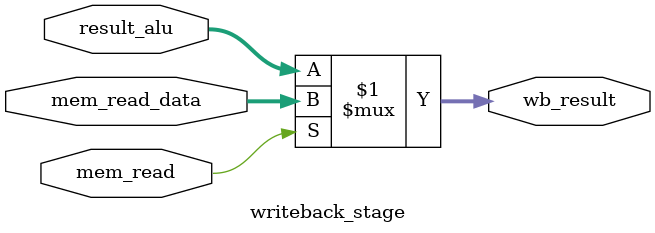
<source format=v>
module writeback_stage(
    input mem_read,
    input [31:0] mem_read_data,
    input [31:0] result_alu,

    output [31:0] wb_result
);
    assign wb_result = mem_read ? mem_read_data : result_alu;

endmodule

</source>
